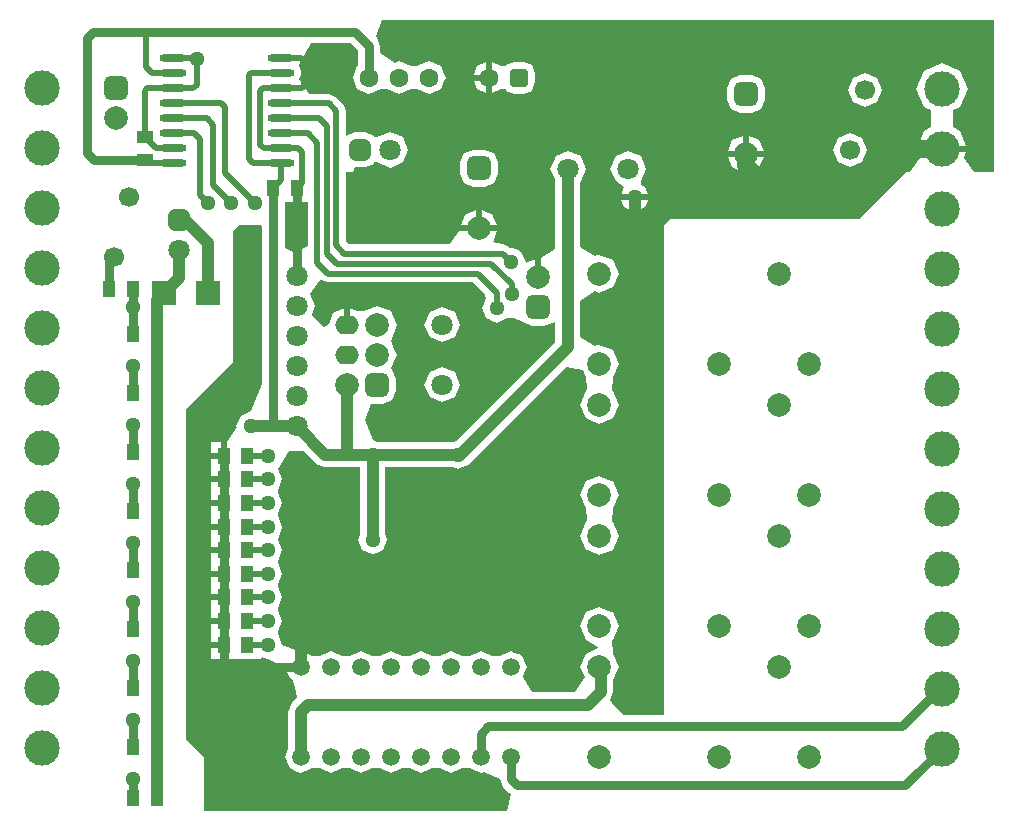
<source format=gtl>
%FSLAX24Y24*%
%MOIN*%
G70*
G01*
G75*
G04 Layer_Physical_Order=1*
G04 Layer_Color=255*
%ADD10R,0.0413X0.0571*%
%ADD11O,0.0906X0.0236*%
%ADD12R,0.0571X0.0413*%
%ADD13R,0.0827X0.0846*%
%ADD14R,0.0433X0.0532*%
%ADD15C,0.0197*%
%ADD16C,0.0394*%
%ADD17C,0.0295*%
%ADD18C,0.0591*%
%ADD19C,0.0709*%
%ADD20C,0.1181*%
%ADD21C,0.0669*%
G04:AMPARAMS|DCode=22|XSize=78.7mil|YSize=78.7mil|CornerRadius=19.7mil|HoleSize=0mil|Usage=FLASHONLY|Rotation=270.000|XOffset=0mil|YOffset=0mil|HoleType=Round|Shape=RoundedRectangle|*
%AMROUNDEDRECTD22*
21,1,0.0787,0.0394,0,0,270.0*
21,1,0.0394,0.0787,0,0,270.0*
1,1,0.0394,-0.0197,-0.0197*
1,1,0.0394,-0.0197,0.0197*
1,1,0.0394,0.0197,0.0197*
1,1,0.0394,0.0197,-0.0197*
%
%ADD22ROUNDEDRECTD22*%
%ADD23C,0.0787*%
G04:AMPARAMS|DCode=24|XSize=70.9mil|YSize=70.9mil|CornerRadius=17.7mil|HoleSize=0mil|Usage=FLASHONLY|Rotation=0.000|XOffset=0mil|YOffset=0mil|HoleType=Round|Shape=RoundedRectangle|*
%AMROUNDEDRECTD24*
21,1,0.0709,0.0354,0,0,0.0*
21,1,0.0354,0.0709,0,0,0.0*
1,1,0.0354,0.0177,-0.0177*
1,1,0.0354,-0.0177,-0.0177*
1,1,0.0354,-0.0177,0.0177*
1,1,0.0354,0.0177,0.0177*
%
%ADD24ROUNDEDRECTD24*%
G04:AMPARAMS|DCode=25|XSize=70.9mil|YSize=70.9mil|CornerRadius=17.7mil|HoleSize=0mil|Usage=FLASHONLY|Rotation=270.000|XOffset=0mil|YOffset=0mil|HoleType=Round|Shape=RoundedRectangle|*
%AMROUNDEDRECTD25*
21,1,0.0709,0.0354,0,0,270.0*
21,1,0.0354,0.0709,0,0,270.0*
1,1,0.0354,-0.0177,-0.0177*
1,1,0.0354,-0.0177,0.0177*
1,1,0.0354,0.0177,0.0177*
1,1,0.0354,0.0177,-0.0177*
%
%ADD25ROUNDEDRECTD25*%
%ADD26C,0.0591*%
%ADD27O,0.0787X0.0630*%
%ADD28C,0.0630*%
G04:AMPARAMS|DCode=29|XSize=63mil|YSize=63mil|CornerRadius=15.7mil|HoleSize=0mil|Usage=FLASHONLY|Rotation=180.000|XOffset=0mil|YOffset=0mil|HoleType=Round|Shape=RoundedRectangle|*
%AMROUNDEDRECTD29*
21,1,0.0630,0.0315,0,0,180.0*
21,1,0.0315,0.0630,0,0,180.0*
1,1,0.0315,-0.0157,0.0157*
1,1,0.0315,0.0157,0.0157*
1,1,0.0315,0.0157,-0.0157*
1,1,0.0315,-0.0157,-0.0157*
%
%ADD29ROUNDEDRECTD29*%
%ADD30C,0.0512*%
G36*
X43661Y31496D02*
X42987D01*
X42659Y31987D01*
X42741Y32185D01*
X41118D01*
X41200Y31987D01*
X40872Y31496D01*
X40748D01*
X39173Y29921D01*
X32874D01*
X32677Y29724D01*
Y28211D01*
D01*
Y13404D01*
X31320D01*
X30929Y13795D01*
X30862Y13895D01*
X30977Y14173D01*
Y14581D01*
X31124Y14934D01*
Y14934D01*
X31151Y15000D01*
X30964Y15452D01*
D01*
D01*
D01*
X30964D01*
D01*
X30928Y15896D01*
X30964Y15918D01*
Y15918D01*
X30964Y15918D01*
X30964Y15918D01*
X31124Y16304D01*
Y16304D01*
X31151Y16370D01*
X30964Y16822D01*
X30898Y16849D01*
D01*
X30578Y16982D01*
Y16982D01*
X30578D01*
D01*
D01*
X30578D01*
D01*
X30512Y17009D01*
X30060Y16822D01*
X30060D01*
D01*
D01*
D01*
X29873Y16370D01*
X29900Y16304D01*
Y16304D01*
X30060Y15918D01*
X30060Y15918D01*
X30060Y15918D01*
Y15918D01*
X30451Y15677D01*
X30446Y15612D01*
X30446D01*
D01*
Y15612D01*
X30404Y15595D01*
X30126Y15479D01*
D01*
X30060Y15452D01*
X29873Y15000D01*
X29873Y15000D01*
Y15000D01*
Y15000D01*
X29900Y14934D01*
X29900Y14934D01*
X30015Y14657D01*
X29686Y14166D01*
X28278D01*
X27950Y14657D01*
X28042Y14881D01*
D01*
X28092Y15000D01*
X27936Y15377D01*
X27816Y15426D01*
D01*
X27679Y15483D01*
Y15483D01*
X27679D01*
X27559Y15533D01*
X27182Y15377D01*
D01*
X26936D01*
D01*
X26559Y15533D01*
D01*
D01*
D01*
D01*
X26182Y15377D01*
D01*
X25936D01*
D01*
X25559Y15533D01*
D01*
D01*
D01*
D01*
X25182Y15377D01*
D01*
X24936D01*
D01*
X24559Y15533D01*
D01*
D01*
D01*
D01*
X24182Y15377D01*
D01*
X23936D01*
D01*
X23559Y15533D01*
D01*
D01*
D01*
D01*
X23182Y15377D01*
D01*
X22936D01*
D01*
X22559Y15533D01*
D01*
D01*
D01*
D01*
X22182Y15377D01*
D01*
X21936D01*
D01*
X21559Y15533D01*
D01*
D01*
D01*
D01*
X21182Y15377D01*
D01*
X20936D01*
D01*
X20657Y15492D01*
Y15000D01*
X20461D01*
Y15532D01*
X19939Y15748D01*
Y15748D01*
X19939Y15748D01*
X19795Y16095D01*
Y16095D01*
D01*
Y16189D01*
D01*
X19939Y16535D01*
D01*
X19939Y16535D01*
X19939Y16535D01*
X19795Y16882D01*
D01*
X19795Y16882D01*
Y16976D01*
X19795D01*
X19939Y17323D01*
X19795Y17669D01*
D01*
X19795Y17669D01*
Y17764D01*
X19795D01*
X19939Y18110D01*
X19795Y18457D01*
D01*
X19795Y18457D01*
Y18551D01*
X19795D01*
X19939Y18898D01*
X19939Y18898D01*
X19795Y19244D01*
X19795Y19244D01*
X19939Y19685D01*
Y19685D01*
X19795Y20032D01*
Y20032D01*
D01*
Y20126D01*
D01*
X19939Y20472D01*
D01*
X19939Y20472D01*
X19939Y20472D01*
X19795Y20819D01*
D01*
X19795Y20819D01*
Y20913D01*
X19795D01*
X19939Y21260D01*
X19939Y21260D01*
X19795Y21606D01*
Y21606D01*
D01*
X19795D01*
D01*
X20176Y22191D01*
X20670D01*
X21077Y21785D01*
X21378Y21660D01*
X22527D01*
Y19406D01*
X22521Y19393D01*
D01*
D01*
D01*
X22521Y19393D01*
D01*
X22463Y19252D01*
X22606Y18905D01*
X22747Y18847D01*
Y18847D01*
X22747Y18847D01*
X22747Y18847D01*
X22747Y18847D01*
X22953Y18762D01*
X23159Y18847D01*
D01*
X23159Y18847D01*
X23159Y18847D01*
X23159Y18847D01*
Y18847D01*
X23299Y18905D01*
X23443Y19252D01*
X23385Y19393D01*
Y19393D01*
X23385D01*
D01*
D01*
D01*
X23379Y19406D01*
Y21660D01*
X25633D01*
X25787Y21597D01*
Y21597D01*
D01*
D01*
X25787Y21597D01*
Y21597D01*
X25787Y21597D01*
Y21597D01*
X25787Y21597D01*
X25866Y21629D01*
X26134Y21740D01*
X26150Y21778D01*
X26167Y21785D01*
X29385Y25003D01*
X29965Y24888D01*
X30060Y24658D01*
X30060D01*
X30091Y24268D01*
X30060Y24192D01*
X30060Y24192D01*
X30095Y24214D01*
Y24214D01*
X30060Y24192D01*
X30060Y24192D01*
X30032Y24126D01*
X30032Y24126D01*
X30032D01*
X29900Y23806D01*
D01*
X29873Y23740D01*
X30060Y23288D01*
X30126Y23261D01*
X30126Y23261D01*
X30512Y23101D01*
X30964Y23288D01*
X31151Y23740D01*
X30964Y24192D01*
X30964Y24192D01*
X30964Y24192D01*
Y24192D01*
X30928Y24214D01*
X30964Y24658D01*
X30964D01*
X30991Y24724D01*
X30991D01*
X31124Y25044D01*
Y25044D01*
X31151Y25110D01*
X30964Y25562D01*
D01*
D01*
D01*
D01*
X30512Y25749D01*
X30446Y25722D01*
D01*
X30366Y25689D01*
X29875Y26017D01*
Y27203D01*
X30366Y27531D01*
X30512Y27471D01*
X30578Y27498D01*
X30578D01*
Y27498D01*
X30964Y27658D01*
X31151Y28110D01*
X31151Y28110D01*
X31151D01*
X31151Y28110D01*
D01*
D01*
X30991Y28496D01*
X30991D01*
X30964Y28562D01*
X30512Y28749D01*
X30446Y28722D01*
Y28722D01*
X30366Y28689D01*
X29875Y29017D01*
Y31184D01*
X29875Y31184D01*
X29876Y31185D01*
Y31185D01*
X29894Y31192D01*
X30069Y31614D01*
D01*
D01*
D01*
X30069Y31614D01*
X30069Y31614D01*
X29931Y31949D01*
X29931Y31949D01*
X29894Y32036D01*
X29472Y32211D01*
D01*
D01*
D01*
D01*
X29051Y32036D01*
D01*
D01*
D01*
Y32036D01*
X29016Y31952D01*
Y31952D01*
X28876Y31614D01*
X28912Y31527D01*
X29023Y31260D01*
Y28947D01*
X28563Y28640D01*
Y28008D01*
X28366D01*
Y28606D01*
X28070Y28483D01*
X28049Y28504D01*
X28049D01*
X28049Y28504D01*
X27906Y28850D01*
X27784Y28901D01*
X27784Y28901D01*
X27559Y28994D01*
X27559Y28994D01*
X27532Y28983D01*
X27509Y29006D01*
X27283Y29099D01*
Y29099D01*
D01*
D01*
Y29099D01*
X27283Y29099D01*
X26948Y29178D01*
D01*
X27095Y29532D01*
X25834D01*
X25545Y29099D01*
X22140D01*
X22052Y29188D01*
Y29528D01*
Y30932D01*
Y31496D01*
X22286D01*
X22354Y31662D01*
X22709D01*
X22995Y31781D01*
X23012Y31822D01*
X23110D01*
D01*
X23531Y31648D01*
X23619Y31684D01*
X23619Y31684D01*
Y31684D01*
X23953Y31822D01*
X24128Y32244D01*
X23953Y32666D01*
X23619Y32804D01*
Y32804D01*
X23619Y32804D01*
X23531Y32841D01*
X23110Y32666D01*
D01*
X23012D01*
X22995Y32708D01*
X22709Y32826D01*
X22354D01*
D01*
D01*
D01*
X22354Y32826D01*
X22354Y32826D01*
D01*
X22354Y32826D01*
X22052Y32711D01*
Y33543D01*
X21986Y33703D01*
X21958Y33769D01*
X21708Y34019D01*
X21482Y34113D01*
X20837D01*
X20509Y34604D01*
X20587Y34793D01*
X20487Y35034D01*
Y35034D01*
D01*
D01*
X20487Y35034D01*
X20525Y35143D01*
D01*
D01*
X20525D01*
D01*
Y35143D01*
X20905Y35808D01*
X20905Y35808D01*
X22218D01*
X22462Y35564D01*
Y35045D01*
X22443Y35037D01*
X22317Y34734D01*
X22281Y34646D01*
D01*
Y34646D01*
X22281Y34646D01*
X22281D01*
X22443Y34254D01*
X22726Y34137D01*
Y34137D01*
X22726Y34137D01*
X22835Y34092D01*
X23226Y34254D01*
D01*
X23443D01*
D01*
X23835Y34092D01*
D01*
D01*
D01*
D01*
X24226Y34254D01*
D01*
X24443D01*
D01*
X24835Y34092D01*
D01*
X24835Y34092D01*
X24835D01*
D01*
X24835Y34092D01*
X24943Y34137D01*
D01*
X25226Y34254D01*
X25344Y34537D01*
D01*
X25389Y34646D01*
X25332Y34781D01*
X25332Y34781D01*
X25260Y34956D01*
D01*
X25258Y34962D01*
X25226Y35037D01*
D01*
D01*
D01*
D01*
X24835Y35200D01*
X24726Y35155D01*
D01*
X24443Y35037D01*
D01*
X24226D01*
D01*
X23835Y35200D01*
D01*
D01*
D01*
D01*
X23699Y35143D01*
X23208Y35471D01*
Y35719D01*
X23208Y35719D01*
X23130Y35905D01*
X23098Y35982D01*
X23098Y35982D01*
X23051Y36029D01*
X23277Y36575D01*
X43661D01*
Y31496D01*
D02*
G37*
G36*
X20531Y30502D02*
X20783D01*
Y29021D01*
X20360Y28795D01*
X20019Y28977D01*
Y30502D01*
X20335D01*
Y30984D01*
X20531D01*
Y30502D01*
D02*
G37*
G36*
X21261Y27893D02*
X21261Y27893D01*
X21261Y27893D01*
D01*
D01*
X21261D01*
X21261Y27893D01*
D01*
X21420Y27827D01*
X26288D01*
X26698Y27417D01*
X26740Y27315D01*
D01*
D01*
X26655Y27109D01*
D01*
D01*
D01*
X26655Y27109D01*
D01*
X26597Y26969D01*
X26740Y26622D01*
X26881Y26564D01*
Y26564D01*
X26881Y26564D01*
X26881Y26564D01*
X26881Y26564D01*
X26946Y26537D01*
X26946Y26537D01*
X26946Y26537D01*
X27087Y26478D01*
X27433Y26622D01*
Y26622D01*
X27679D01*
X27966Y26510D01*
Y26510D01*
X28268Y26385D01*
X28661D01*
D01*
D01*
D01*
X28661Y26385D01*
X28661Y26385D01*
X28661Y26385D01*
X29023Y26498D01*
Y25846D01*
X25730Y22553D01*
X25633Y22513D01*
X23107D01*
X22953Y22577D01*
X22953Y22577D01*
Y22577D01*
X22683Y23229D01*
X22913Y23786D01*
X23307D01*
X23608Y23911D01*
X23733Y24213D01*
Y24606D01*
X23608Y24908D01*
X23608Y24908D01*
X23562Y24957D01*
X23562Y24957D01*
Y24941D01*
Y24957D01*
D01*
X23722Y25343D01*
X23722Y25343D01*
D01*
D01*
Y25343D01*
X23749Y25409D01*
X23671Y25598D01*
X23671Y25598D01*
X23562Y25861D01*
X23562D01*
X23749Y26409D01*
X23749Y26409D01*
X23562Y26861D01*
D01*
D01*
D01*
X23562D01*
X23110Y27049D01*
Y27049D01*
X22658Y26861D01*
Y26861D01*
X22435Y26861D01*
X22209Y26955D01*
Y26409D01*
X22012D01*
Y26955D01*
X21640Y26801D01*
X21523Y26518D01*
X21523D01*
X21523Y26518D01*
X21478Y26409D01*
X21339Y26352D01*
X20944Y26747D01*
X21030Y27032D01*
Y27032D01*
X20855Y27453D01*
X21194Y27920D01*
X21261Y27893D01*
D02*
G37*
G36*
X19213Y29724D02*
X19213Y29724D01*
X19273Y29699D01*
Y24427D01*
X18898Y23522D01*
X18551Y23378D01*
X18493Y23237D01*
X18493D01*
X18493Y23237D01*
X18466Y23172D01*
X18466Y23172D01*
X18466Y23172D01*
X18408Y23031D01*
X18420Y23001D01*
X18092Y22510D01*
X18091D01*
Y22047D01*
X17992D01*
Y21949D01*
X17579D01*
Y21585D01*
Y21358D01*
X17992D01*
Y21161D01*
X17579D01*
Y20797D01*
Y20571D01*
X17992D01*
Y20374D01*
X17579D01*
Y20010D01*
Y19783D01*
X17992D01*
Y19587D01*
X17579D01*
Y19222D01*
Y18996D01*
X17992D01*
Y18799D01*
X17579D01*
Y18435D01*
Y18209D01*
X17992D01*
Y18012D01*
X17579D01*
Y17648D01*
Y17421D01*
X17992D01*
Y17224D01*
X17579D01*
Y16860D01*
Y16634D01*
X17992D01*
Y16437D01*
X17579D01*
Y16073D01*
Y15846D01*
X17992D01*
Y15748D01*
X18091D01*
Y15285D01*
X19193D01*
Y15285D01*
X19265Y15334D01*
X19449Y15258D01*
D01*
X20026Y15000D01*
D01*
X20026D01*
X20182Y14623D01*
X20258Y14592D01*
X20363Y14338D01*
X20433Y13988D01*
X20258Y13813D01*
X20133Y13512D01*
Y12257D01*
X20026Y12000D01*
X20182Y11623D01*
X20440Y11517D01*
Y11517D01*
X20440D01*
X20559Y11467D01*
X20936Y11623D01*
D01*
X21182D01*
D01*
X21559Y11467D01*
D01*
D01*
D01*
D01*
X21936Y11623D01*
D01*
X22182D01*
D01*
X22559Y11467D01*
D01*
D01*
D01*
D01*
X22936Y11623D01*
D01*
X23182D01*
D01*
X23559Y11467D01*
D01*
D01*
D01*
D01*
X23936Y11623D01*
D01*
X24182D01*
D01*
X24559Y11467D01*
D01*
D01*
D01*
D01*
X24936Y11623D01*
D01*
X25182D01*
D01*
X25559Y11467D01*
D01*
D01*
D01*
D01*
X25936Y11623D01*
D01*
X26182D01*
D01*
X26559Y11467D01*
D01*
D01*
D01*
D01*
X26675Y11515D01*
X27186Y11260D01*
X27186Y11260D01*
X27186D01*
X27295Y10996D01*
X27492Y10799D01*
X27492Y10799D01*
X27548Y10776D01*
X27433Y10197D01*
X17323D01*
Y12008D01*
X17323D01*
X16732Y12598D01*
Y23425D01*
Y23583D01*
X18307Y25157D01*
Y29488D01*
Y29528D01*
X18504Y29724D01*
X19213D01*
X19213Y29724D01*
D02*
G37*
%LPC*%
G36*
X32142Y30571D02*
X31791D01*
Y30220D01*
X31834Y30238D01*
X31834D01*
X32039Y30323D01*
X32125Y30529D01*
Y30529D01*
X32142Y30571D01*
D02*
G37*
G36*
X26594Y30228D02*
Y29728D01*
X27095D01*
X26975Y30016D01*
X26975Y30016D01*
X26948Y30082D01*
D01*
Y30082D01*
D01*
D01*
D01*
D01*
X26948D01*
X26594Y30228D01*
D02*
G37*
G36*
X31594Y30571D02*
X31244D01*
X31346Y30323D01*
Y30323D01*
D01*
D01*
D01*
X31594Y30220D01*
Y30571D01*
D02*
G37*
G36*
X26398Y30228D02*
X26110Y30109D01*
D01*
X26044Y30082D01*
X26044D01*
X25898Y29728D01*
X26398D01*
Y30228D01*
D02*
G37*
G36*
X30512Y21379D02*
D01*
D01*
D01*
X30060Y21192D01*
D01*
D01*
D01*
D01*
D01*
D01*
X29873Y20740D01*
X29900Y20674D01*
Y20674D01*
X30032Y20354D01*
X30032D01*
X30060Y20288D01*
X30060D01*
X30091Y19898D01*
X30060Y19822D01*
X30060Y19822D01*
X30095Y19844D01*
Y19844D01*
X30060Y19822D01*
X30060Y19822D01*
X30032Y19756D01*
X30032Y19756D01*
X30032D01*
X29900Y19436D01*
D01*
X29873Y19370D01*
X30060Y18918D01*
X30126Y18891D01*
X30126Y18891D01*
X30512Y18731D01*
X30964Y18918D01*
X31151Y19370D01*
X30964Y19822D01*
X30964Y19822D01*
X30964Y19822D01*
Y19822D01*
X30928Y19844D01*
X30964Y20288D01*
X30964D01*
X30991Y20354D01*
X30991D01*
X31124Y20674D01*
Y20674D01*
X31151Y20740D01*
X30964Y21192D01*
X30898Y21220D01*
D01*
X30578Y21352D01*
D01*
D01*
D01*
D01*
D01*
X30578Y21352D01*
X30578D01*
X30512Y21379D01*
D02*
G37*
G36*
X17894Y15650D02*
X17579D01*
Y15285D01*
X17894D01*
Y15650D01*
D02*
G37*
G36*
Y22510D02*
X17579D01*
Y22146D01*
X17894D01*
Y22510D01*
D02*
G37*
G36*
X25276Y27014D02*
X24854Y26839D01*
X24679Y26417D01*
X24854Y25995D01*
X25276Y25821D01*
X25697Y25995D01*
X25872Y26417D01*
X25697Y26839D01*
X25276Y27014D01*
D02*
G37*
G36*
Y25014D02*
X24854Y24839D01*
X24679Y24417D01*
X24854Y23995D01*
X25276Y23821D01*
X25697Y23995D01*
X25872Y24417D01*
X25697Y24839D01*
X25276Y25014D01*
D02*
G37*
G36*
X31472Y32211D02*
X31051Y32036D01*
X30876Y31614D01*
X31051Y31192D01*
X31051Y31192D01*
X31051Y31192D01*
Y31192D01*
X31340Y31020D01*
X31346Y31016D01*
X31261Y30810D01*
D01*
X31261Y30810D01*
X31244Y30768D01*
X32142D01*
X32039Y31016D01*
X31899Y31074D01*
D01*
X31894Y31076D01*
X31894Y31192D01*
X31894D01*
X31900Y31206D01*
X31900D01*
X32069Y31614D01*
X32033Y31702D01*
X32033Y31702D01*
X32033D01*
X31894Y32036D01*
X31472Y32211D01*
D02*
G37*
G36*
X39370Y34819D02*
X38963Y34651D01*
X38795Y34244D01*
X38963Y33837D01*
X39370Y33669D01*
X39777Y33837D01*
X39945Y34244D01*
X39777Y34651D01*
X39370Y34819D01*
D02*
G37*
G36*
X35591Y34733D02*
X35197D01*
X34896Y34608D01*
X34771Y34307D01*
Y33913D01*
X34896Y33612D01*
X35197Y33487D01*
X35591D01*
X35892Y33612D01*
X36017Y33913D01*
Y34307D01*
X35892Y34608D01*
X35591Y34733D01*
D02*
G37*
G36*
X41929Y35136D02*
X41326Y34886D01*
X41077Y34283D01*
X41326Y33681D01*
X41573Y33579D01*
Y32988D01*
X41326Y32886D01*
X41118Y32382D01*
X42741D01*
X42532Y32886D01*
X42285Y32988D01*
Y33579D01*
X42532Y33681D01*
X42781Y34283D01*
X42532Y34886D01*
X41929Y35136D01*
D02*
G37*
G36*
X26736Y35159D02*
X26726Y35155D01*
X26726Y35155D01*
Y35155D01*
X26443Y35037D01*
X26321Y34744D01*
X26736D01*
Y35159D01*
D02*
G37*
G36*
X27992Y35187D02*
X27677D01*
X27406Y35074D01*
X27391Y35037D01*
X27226Y35037D01*
D01*
X26933Y35159D01*
Y34646D01*
Y34132D01*
X27226Y34254D01*
D01*
X27391Y34254D01*
X27406Y34217D01*
X27677Y34105D01*
X27992D01*
X28263Y34217D01*
X28376Y34488D01*
Y34803D01*
X28263Y35074D01*
X27992Y35187D01*
D02*
G37*
G36*
X26736Y34547D02*
X26321D01*
X26443Y34254D01*
X26726Y34137D01*
Y34137D01*
X26726Y34137D01*
X26736Y34132D01*
Y34547D01*
D02*
G37*
G36*
X35992Y32012D02*
X35492D01*
Y31512D01*
X35846Y31658D01*
X35992Y32012D01*
D02*
G37*
G36*
X35295D02*
X34795D01*
X34942Y31658D01*
X35008Y31631D01*
X35008Y31631D01*
X35295Y31512D01*
Y32012D01*
D02*
G37*
G36*
X26693Y32253D02*
X26299D01*
X25998Y32128D01*
X25873Y31827D01*
Y31433D01*
X25998Y31132D01*
X26299Y31007D01*
X26693D01*
X26994Y31132D01*
X27119Y31433D01*
Y31827D01*
X26994Y32128D01*
X26693Y32253D01*
D02*
G37*
G36*
X35492Y32709D02*
Y32209D01*
X35992D01*
X35846Y32562D01*
X35780Y32590D01*
D01*
X35492Y32709D01*
D02*
G37*
G36*
X35295Y32709D02*
X34942Y32562D01*
D01*
D01*
D01*
D01*
D01*
D01*
X34795Y32209D01*
X35295D01*
Y32709D01*
D02*
G37*
G36*
X38870Y32819D02*
X38463Y32651D01*
X38295Y32244D01*
X38463Y31837D01*
X38870Y31669D01*
X39277Y31837D01*
X39445Y32244D01*
X39277Y32651D01*
X38870Y32819D01*
D02*
G37*
%LPD*%
D10*
X20433Y30984D02*
D03*
X19646D02*
D03*
X14173Y27598D02*
D03*
X14961D02*
D03*
D11*
X19911Y31793D02*
D03*
Y32293D02*
D03*
Y32793D02*
D03*
Y33293D02*
D03*
Y33793D02*
D03*
Y34293D02*
D03*
Y34793D02*
D03*
Y35293D02*
D03*
X16309Y31793D02*
D03*
Y32293D02*
D03*
Y32793D02*
D03*
Y33293D02*
D03*
Y33793D02*
D03*
Y34293D02*
D03*
Y34793D02*
D03*
Y35293D02*
D03*
D12*
X15354Y32677D02*
D03*
Y31890D02*
D03*
D13*
X15994Y27480D02*
D03*
X17470D02*
D03*
D14*
X18780Y15748D02*
D03*
X17992D02*
D03*
X18780Y16535D02*
D03*
X17992D02*
D03*
X18780Y17323D02*
D03*
X17992D02*
D03*
X18780Y18110D02*
D03*
X17992D02*
D03*
X18780Y18898D02*
D03*
X17992D02*
D03*
X18780Y19685D02*
D03*
X17992D02*
D03*
X18780Y20472D02*
D03*
X17992D02*
D03*
X18780Y21260D02*
D03*
X17992D02*
D03*
X18780Y22047D02*
D03*
X17992D02*
D03*
X15748Y26102D02*
D03*
X14961D02*
D03*
X15748Y24134D02*
D03*
X14961D02*
D03*
X15748Y22165D02*
D03*
X14961D02*
D03*
X15748Y20197D02*
D03*
X14961D02*
D03*
X15748Y18228D02*
D03*
X14961D02*
D03*
X15748Y16260D02*
D03*
X14961D02*
D03*
X15748Y14291D02*
D03*
X14961D02*
D03*
X15748Y12323D02*
D03*
X14961D02*
D03*
X15748Y10630D02*
D03*
X14961D02*
D03*
D15*
X26457Y28110D02*
X27087Y27480D01*
X21457Y28110D02*
X26457D01*
X21102Y28465D02*
X21457Y28110D01*
X27283Y28780D02*
X27559Y28504D01*
X22008Y28780D02*
X27283D01*
X27087Y26969D02*
Y27480D01*
X27598Y27441D02*
Y27756D01*
X26911Y28443D02*
X27598Y27756D01*
X21754Y28443D02*
X26911D01*
X19646Y23071D02*
X19685Y23031D01*
X18780Y22047D02*
X18780Y22047D01*
X19449D01*
X18780Y21260D02*
X18780Y21260D01*
X19449D01*
X18780Y20472D02*
X18780Y20472D01*
X19449D01*
X18780Y19685D02*
X19449D01*
X18780Y18898D02*
X19449D01*
X18780Y18110D02*
X19449D01*
X18780Y17323D02*
X18780Y17323D01*
X19449D01*
X18780Y16535D02*
X18780Y16535D01*
X19449D01*
X18780Y15748D02*
X19449D01*
X19293Y34293D02*
X19911D01*
X19213Y34213D02*
X19293Y34293D01*
X19213Y32402D02*
Y34213D01*
Y32402D02*
X19321Y32293D01*
X19911D01*
X18888Y34793D02*
X19911D01*
X18819Y34724D02*
X18888Y34793D01*
X18819Y31929D02*
Y34724D01*
Y31929D02*
X18955Y31793D01*
X19911D01*
Y34293D02*
X20593D01*
X20669Y34370D01*
Y35197D01*
X20573Y35293D02*
X20669Y35197D01*
X19911Y35293D02*
X20573D01*
X19911Y31250D02*
Y31793D01*
X19646Y30984D02*
X19911Y31250D01*
Y32293D02*
X20463D01*
X20591Y32165D01*
Y31142D02*
Y32165D01*
X20433Y30984D02*
X20591Y31142D01*
X19911Y32793D02*
X20789D01*
X21102Y32480D01*
X19911Y33293D02*
X21156D01*
X21417Y33031D01*
X16968Y34291D02*
X17087Y34409D01*
X16311Y34291D02*
X16968D01*
X16309Y34293D02*
X16311Y34291D01*
X15435Y34293D02*
X16309D01*
X15354Y34213D02*
X15435Y34293D01*
X15354Y32677D02*
Y34213D01*
Y32677D02*
X15738Y32293D01*
X16309D01*
X15451Y31793D02*
X16309D01*
X15354Y31890D02*
X15451Y31793D01*
X15600Y34793D02*
X16309D01*
X15394Y35000D02*
X15600Y34793D01*
X15394Y35000D02*
Y36142D01*
X15433Y36181D01*
X17087Y34409D02*
Y35197D01*
X16309Y35293D02*
X16990D01*
X17087Y35197D01*
X17205Y30748D02*
X17480Y30472D01*
X17205Y30748D02*
Y32598D01*
X17010Y32793D02*
X17205Y32598D01*
X16309Y32793D02*
X17010D01*
X17638Y31063D02*
X18228Y30472D01*
X17638Y31063D02*
Y33071D01*
X17415Y33293D02*
X17638Y33071D01*
X16309Y33293D02*
X17415D01*
X18032Y31457D02*
X19016Y30472D01*
X18032Y31457D02*
Y33661D01*
X17900Y33793D02*
X18032Y33661D01*
X16309Y33793D02*
X17900D01*
X19911D02*
X21482D01*
X21732Y33543D01*
Y29055D02*
Y33543D01*
X21417Y28780D02*
Y33031D01*
Y28780D02*
X21754Y28443D01*
X21102Y28465D02*
Y32480D01*
X21732Y29055D02*
X22008Y28780D01*
D16*
X16496Y29909D02*
X16705D01*
X17480Y29134D01*
X15994Y27480D02*
X16496Y27982D01*
Y28909D01*
X17470Y27480D02*
X17480Y27490D01*
Y29134D01*
X29449Y31591D02*
X29472Y31614D01*
X29449Y25669D02*
Y31591D01*
X31693Y18189D02*
Y30669D01*
X19685Y23031D02*
X20433D01*
X18898D02*
X19685D01*
X30512Y15000D02*
X30551Y14961D01*
Y14173D02*
Y14961D01*
X30118Y13740D02*
X30551Y14173D01*
X20787Y13740D02*
X30118D01*
X20559Y13512D02*
X20787Y13740D01*
X20559Y12000D02*
Y13512D01*
X31260Y17756D02*
X31693Y18189D01*
X20827Y17756D02*
X31260D01*
X20559Y17488D02*
X20827Y17756D01*
X20559Y15000D02*
Y17488D01*
X25866Y22087D02*
X29449Y25669D01*
X25787Y22087D02*
X25866D01*
X22126D02*
X22953D01*
X21378D02*
X22126D01*
X22110Y22102D02*
X22126Y22087D01*
X22110Y22102D02*
Y24409D01*
X22953Y19252D02*
Y22087D01*
X25787D01*
X20433Y23031D02*
X21378Y22087D01*
X15748Y27234D02*
X15994Y27480D01*
X15748Y10630D02*
Y12323D01*
Y14291D01*
Y16260D01*
Y18228D01*
Y20197D01*
Y22165D01*
Y24134D01*
Y26102D01*
Y27234D01*
D17*
X14173Y28465D02*
X14370Y28661D01*
X18189Y15000D02*
X20559D01*
X17992Y15197D02*
X18189Y15000D01*
X17992Y15197D02*
Y15748D01*
Y16535D01*
Y17323D01*
Y18110D01*
Y18898D01*
Y19685D01*
Y20472D01*
Y21260D01*
Y22047D01*
X14961Y27008D02*
Y27598D01*
X14173D02*
Y28465D01*
X19646Y23071D02*
Y30984D01*
X13661Y31890D02*
X15354D01*
X13425Y32126D02*
X13661Y31890D01*
X13425Y32126D02*
Y35984D01*
X13622Y36181D01*
X15433D01*
X22372D01*
X20433Y28031D02*
Y30984D01*
X26559Y12000D02*
Y12780D01*
X26811Y13032D01*
X41882Y14331D02*
X41929Y14283D01*
X27559Y11260D02*
Y12000D01*
Y11260D02*
X27756Y11063D01*
X40709D01*
X41929Y12283D01*
X26811Y13032D02*
X40583D01*
X41882Y14331D01*
X14961Y26102D02*
Y27008D01*
Y24134D02*
Y25039D01*
Y22165D02*
Y23071D01*
Y20197D02*
Y21102D01*
Y18228D02*
Y19134D01*
Y16260D02*
Y17165D01*
Y14291D02*
Y15197D01*
Y12323D02*
Y13228D01*
Y10630D02*
Y11260D01*
X22372Y36181D02*
X22835Y35719D01*
Y34646D02*
Y35719D01*
D18*
X35394Y31693D02*
Y32110D01*
Y31693D02*
X35866Y31220D01*
X39764D01*
X40827Y32283D01*
X41929D01*
D19*
X20433Y28031D02*
D03*
Y27032D02*
D03*
Y26031D02*
D03*
Y25031D02*
D03*
Y24032D02*
D03*
Y23031D02*
D03*
X23531Y32244D02*
D03*
X29472Y31614D02*
D03*
X31472D02*
D03*
X16496Y28909D02*
D03*
X25276Y24417D02*
D03*
Y26417D02*
D03*
D20*
X41929Y34283D02*
D03*
Y32283D02*
D03*
Y30283D02*
D03*
Y28283D02*
D03*
Y26283D02*
D03*
Y24283D02*
D03*
Y22283D02*
D03*
Y20283D02*
D03*
Y18283D02*
D03*
Y16283D02*
D03*
Y14283D02*
D03*
Y12283D02*
D03*
X11929Y12291D02*
D03*
Y14291D02*
D03*
Y16291D02*
D03*
Y18291D02*
D03*
Y20291D02*
D03*
Y22291D02*
D03*
Y24291D02*
D03*
Y26291D02*
D03*
Y28291D02*
D03*
Y30291D02*
D03*
Y32291D02*
D03*
Y34291D02*
D03*
D21*
X38870Y32244D02*
D03*
X39370Y34244D02*
D03*
X14831Y30669D02*
D03*
X14331Y28669D02*
D03*
D22*
X35394Y34110D02*
D03*
X26496Y31630D02*
D03*
X14409Y34291D02*
D03*
X28465Y27008D02*
D03*
X23110Y24409D02*
D03*
D23*
X35394Y32110D02*
D03*
X26496Y29630D02*
D03*
X14409Y33291D02*
D03*
X28465Y28008D02*
D03*
X22110Y24409D02*
D03*
X23110Y25409D02*
D03*
Y26409D02*
D03*
X30512Y12000D02*
D03*
X34512D02*
D03*
X37512D02*
D03*
X36512Y15000D02*
D03*
X30512D02*
D03*
Y16370D02*
D03*
X34512D02*
D03*
X37512D02*
D03*
X36512Y19370D02*
D03*
X30512D02*
D03*
Y20740D02*
D03*
X34512D02*
D03*
X37512D02*
D03*
X36512Y23740D02*
D03*
X30512D02*
D03*
Y25110D02*
D03*
X34512D02*
D03*
X37512D02*
D03*
X36512Y28110D02*
D03*
X30512D02*
D03*
D24*
X22531Y32244D02*
D03*
D25*
X16496Y29909D02*
D03*
D26*
X27559Y15000D02*
D03*
X26559D02*
D03*
X25559D02*
D03*
X24559D02*
D03*
X23559D02*
D03*
X22559D02*
D03*
X21559D02*
D03*
X20559D02*
D03*
Y12000D02*
D03*
X21559D02*
D03*
X22559D02*
D03*
X23559D02*
D03*
X24559D02*
D03*
X25559D02*
D03*
X26559D02*
D03*
X27559D02*
D03*
D27*
X22110Y25409D02*
D03*
Y26409D02*
D03*
D28*
X22835Y34646D02*
D03*
X23835D02*
D03*
X24835D02*
D03*
X26835D02*
D03*
D29*
X27835D02*
D03*
D30*
X27559Y28504D02*
D03*
X27598Y27441D02*
D03*
X27087Y26969D02*
D03*
X31693Y30669D02*
D03*
X18898Y23031D02*
D03*
X22953Y22087D02*
D03*
X19449Y22047D02*
D03*
Y21260D02*
D03*
Y20472D02*
D03*
Y19685D02*
D03*
Y18898D02*
D03*
Y18110D02*
D03*
Y17323D02*
D03*
Y16535D02*
D03*
Y15748D02*
D03*
X14961Y27008D02*
D03*
Y11260D02*
D03*
Y13228D02*
D03*
Y15197D02*
D03*
Y23071D02*
D03*
Y21102D02*
D03*
Y19134D02*
D03*
Y17165D02*
D03*
Y25039D02*
D03*
X25787Y22087D02*
D03*
X22953Y19252D02*
D03*
X17480Y30472D02*
D03*
X18228D02*
D03*
X19016D02*
D03*
X17087Y35276D02*
D03*
M02*

</source>
